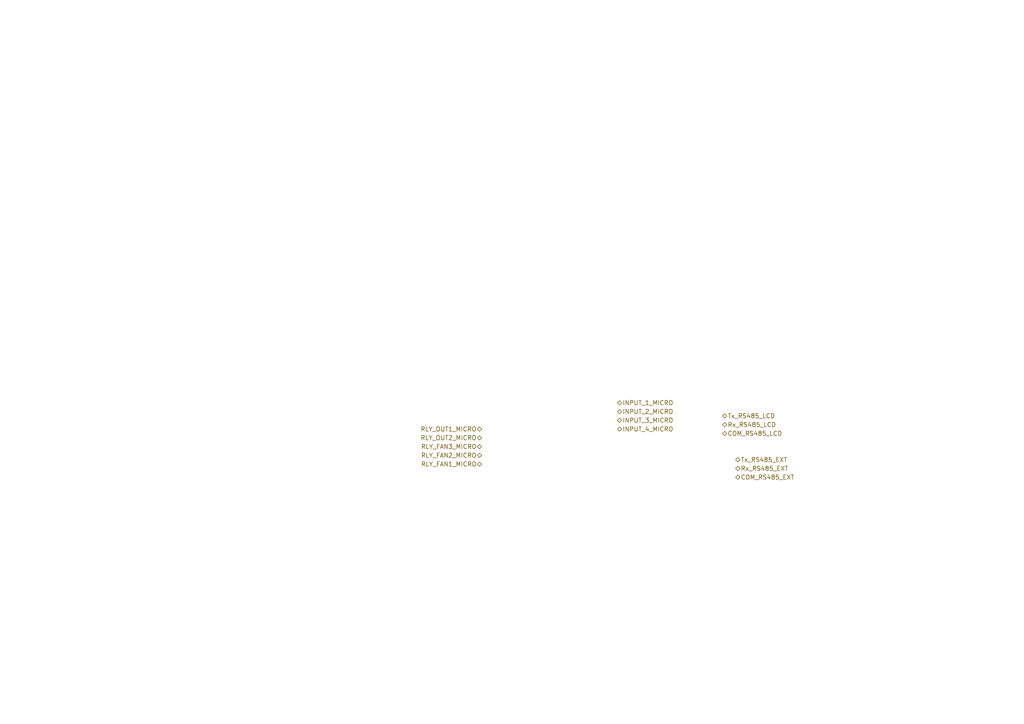
<source format=kicad_sch>
(kicad_sch (version 20230121) (generator eeschema)
  (paper "A4")
  (lib_symbols)
  (hierarchical_label "Rx_RS485_LCD" (shape bidirectional) (at 209.55 123.19 0))
  (hierarchical_label "INPUT_2_MICRO" (shape bidirectional) (at 179.07 119.38 0))
  (hierarchical_label "RLY_OUT1_MICRO" (shape bidirectional) (at 139.7 124.46 180))
  (hierarchical_label "COM_RS485_EXT" (shape bidirectional) (at 213.36 138.43 0))
  (hierarchical_label "COM_RS485_LCD" (shape bidirectional) (at 209.55 125.73 0))
  (hierarchical_label "INPUT_3_MICRO" (shape bidirectional) (at 179.07 121.92 0))
  (hierarchical_label "RLY_FAN1_MICRO" (shape bidirectional) (at 139.7 134.62 180))
  (hierarchical_label "INPUT_4_MICRO" (shape bidirectional) (at 179.07 124.46 0))
  (hierarchical_label "Tx_RS485_EXT" (shape bidirectional) (at 213.36 133.35 0))
  (hierarchical_label "Tx_RS485_LCD" (shape bidirectional) (at 209.55 120.65 0))
  (hierarchical_label "RLY_OUT2_MICRO" (shape bidirectional) (at 139.7 127 180))
  (hierarchical_label "INPUT_1_MICRO" (shape bidirectional) (at 179.07 116.84 0))
  (hierarchical_label "Rx_RS485_EXT" (shape bidirectional) (at 213.36 135.89 0))
  (hierarchical_label "RLY_FAN2_MICRO" (shape bidirectional) (at 139.7 132.08 180))
  (hierarchical_label "RLY_FAN3_MICRO" (shape bidirectional) (at 139.7 129.54 180))
)
</source>
